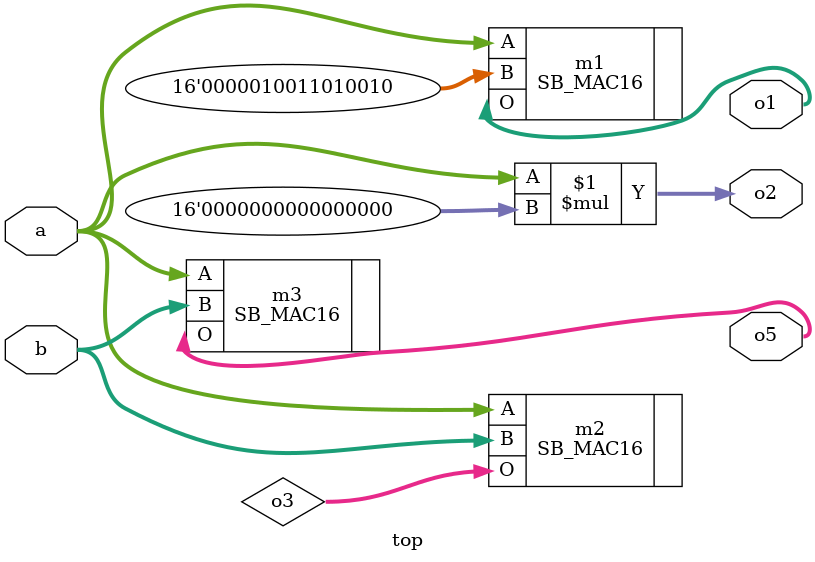
<source format=v>
module top(input [15:0] a, b, output [31:0] o1, o2, o5);
SB_MAC16 m1 (.A(a), .B(16'd1234), .O(o1));
assign o2 = a * 16'd0;
wire [31:0] o3, o4;
SB_MAC16 m2 (.A(a), .B(b), .O(o3));
assign o4 = a * b;
SB_MAC16 m3 (.A(a), .B(b), .O(o5));
endmodule

</source>
